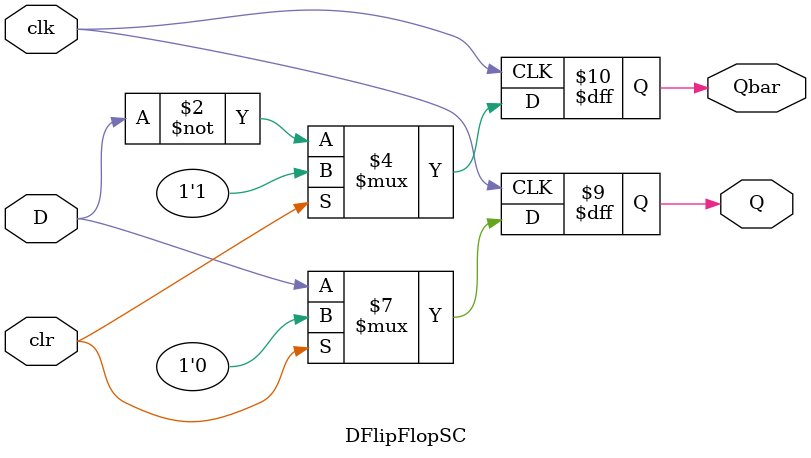
<source format=v>
`timescale 1ns / 1ps


module DFlipFlopSC(D,Q,clk,Qbar,clr);
input D,clk,clr;
output reg Q,Qbar;

always@(posedge clk)
begin
if(clr)
 begin
  Q=0;
  Qbar = 1;
 end
else
 begin
  Q=D;
  Qbar=~Q;
 end
end
endmodule

</source>
